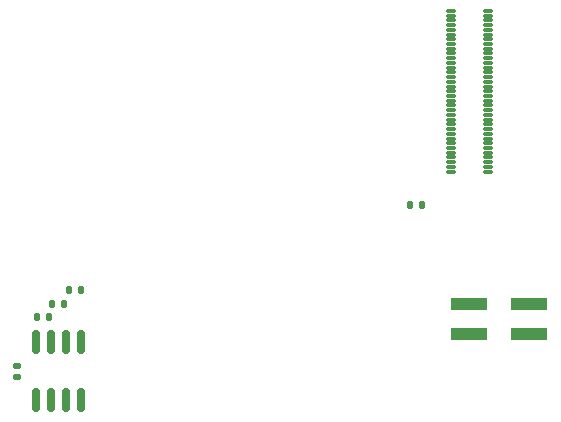
<source format=gbr>
%TF.GenerationSoftware,KiCad,Pcbnew,9.0.0*%
%TF.CreationDate,2025-03-21T15:44:20-04:00*%
%TF.ProjectId,ephys-test-module-64,65706879-732d-4746-9573-742d6d6f6475,B*%
%TF.SameCoordinates,Original*%
%TF.FileFunction,Paste,Top*%
%TF.FilePolarity,Positive*%
%FSLAX46Y46*%
G04 Gerber Fmt 4.6, Leading zero omitted, Abs format (unit mm)*
G04 Created by KiCad (PCBNEW 9.0.0) date 2025-03-21 15:44:20*
%MOMM*%
%LPD*%
G01*
G04 APERTURE LIST*
G04 Aperture macros list*
%AMRoundRect*
0 Rectangle with rounded corners*
0 $1 Rounding radius*
0 $2 $3 $4 $5 $6 $7 $8 $9 X,Y pos of 4 corners*
0 Add a 4 corners polygon primitive as box body*
4,1,4,$2,$3,$4,$5,$6,$7,$8,$9,$2,$3,0*
0 Add four circle primitives for the rounded corners*
1,1,$1+$1,$2,$3*
1,1,$1+$1,$4,$5*
1,1,$1+$1,$6,$7*
1,1,$1+$1,$8,$9*
0 Add four rect primitives between the rounded corners*
20,1,$1+$1,$2,$3,$4,$5,0*
20,1,$1+$1,$4,$5,$6,$7,0*
20,1,$1+$1,$6,$7,$8,$9,0*
20,1,$1+$1,$8,$9,$2,$3,0*%
G04 Aperture macros list end*
%ADD10R,3.150000X1.000000*%
%ADD11RoundRect,0.135000X-0.135000X-0.185000X0.135000X-0.185000X0.135000X0.185000X-0.135000X0.185000X0*%
%ADD12RoundRect,0.135000X0.135000X0.185000X-0.135000X0.185000X-0.135000X-0.185000X0.135000X-0.185000X0*%
%ADD13RoundRect,0.010000X0.340000X-0.090000X0.340000X0.090000X-0.340000X0.090000X-0.340000X-0.090000X0*%
%ADD14RoundRect,0.150000X0.150000X-0.825000X0.150000X0.825000X-0.150000X0.825000X-0.150000X-0.825000X0*%
%ADD15RoundRect,0.140000X-0.170000X0.140000X-0.170000X-0.140000X0.170000X-0.140000X0.170000X0.140000X0*%
G04 APERTURE END LIST*
D10*
%TO.C,J4*%
X163050000Y-122540000D03*
X158000000Y-122540000D03*
X163050000Y-120000000D03*
X158000000Y-120000000D03*
%TD*%
D11*
%TO.C,R3*%
X122690000Y-120000000D03*
X123710000Y-120000000D03*
%TD*%
D12*
%TO.C,R4*%
X154020000Y-111600000D03*
X153000000Y-111600000D03*
%TD*%
D13*
%TO.C,J1*%
X156460000Y-108800000D03*
X159540000Y-108800000D03*
X156460000Y-108400000D03*
X159540000Y-108400000D03*
X156460000Y-108000000D03*
X159540000Y-108000000D03*
X156460000Y-107600000D03*
X159540000Y-107600000D03*
X156460000Y-107200000D03*
X159540000Y-107200000D03*
X156460000Y-106800000D03*
X159540000Y-106800000D03*
X156460000Y-106400000D03*
X159540000Y-106400000D03*
X156460000Y-106000000D03*
X159540000Y-106000000D03*
X156460000Y-105600000D03*
X159540000Y-105600000D03*
X156460000Y-105200000D03*
X159540000Y-105200000D03*
X156460000Y-104800000D03*
X159540000Y-104800000D03*
X156460000Y-104400000D03*
X159540000Y-104400000D03*
X156460000Y-104000000D03*
X159540000Y-104000000D03*
X156460000Y-103600000D03*
X159540000Y-103600000D03*
X156460000Y-103200000D03*
X159540000Y-103200000D03*
X156460000Y-102800000D03*
X159540000Y-102800000D03*
X156460000Y-102400000D03*
X159540000Y-102400000D03*
X156460000Y-102000000D03*
X159540000Y-102000000D03*
X156460000Y-101600000D03*
X159540000Y-101600000D03*
X156460000Y-101200000D03*
X159540000Y-101200000D03*
X156460000Y-100800000D03*
X159540000Y-100800000D03*
X156460000Y-100400000D03*
X159540000Y-100400000D03*
X156460000Y-100000000D03*
X159540000Y-100000000D03*
X156460000Y-99600000D03*
X159540000Y-99600000D03*
X156460000Y-99200000D03*
X159540000Y-99200000D03*
X156460000Y-98800000D03*
X159540000Y-98800000D03*
X156460000Y-98400000D03*
X159540000Y-98400000D03*
X156460000Y-98000000D03*
X159540000Y-98000000D03*
X156460000Y-97600000D03*
X159540000Y-97600000D03*
X156460000Y-97200000D03*
X159540000Y-97200000D03*
X156460000Y-96800000D03*
X159540000Y-96800000D03*
X156460000Y-96400000D03*
X159540000Y-96400000D03*
X156460000Y-96000000D03*
X159540000Y-96000000D03*
X156460000Y-95600000D03*
X159540000Y-95600000D03*
X156460000Y-95200000D03*
X159540000Y-95200000D03*
%TD*%
D11*
%TO.C,R1*%
X121390000Y-121100000D03*
X122410000Y-121100000D03*
%TD*%
D14*
%TO.C,U1*%
X121295000Y-128175000D03*
X122565000Y-128175000D03*
X123835000Y-128175000D03*
X125105000Y-128175000D03*
X125105000Y-123225000D03*
X123835000Y-123225000D03*
X122565000Y-123225000D03*
X121295000Y-123225000D03*
%TD*%
D11*
%TO.C,R2*%
X124090000Y-118800000D03*
X125110000Y-118800000D03*
%TD*%
D15*
%TO.C,C1*%
X119700000Y-125220000D03*
X119700000Y-126180000D03*
%TD*%
M02*

</source>
